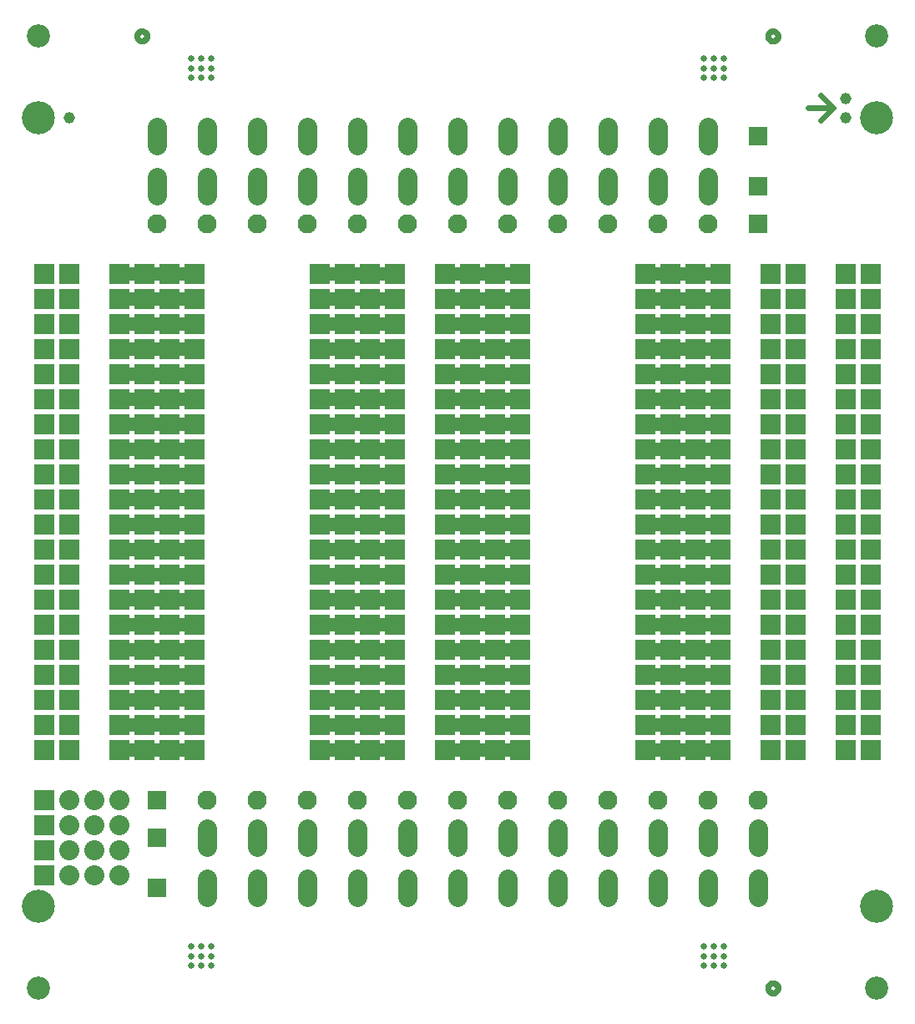
<source format=gts>
G75*
%MOIN*%
%OFA0B0*%
%FSLAX25Y25*%
%IPPOS*%
%LPD*%
%AMOC8*
5,1,8,0,0,1.08239X$1,22.5*
%
%ADD10C,0.13198*%
%ADD11C,0.02400*%
%ADD12C,0.02569*%
%ADD13C,0.09261*%
%ADD14C,0.04537*%
%ADD15R,0.08000X0.08000*%
%ADD16C,0.07687*%
%ADD17R,0.07687X0.07687*%
%ADD18C,0.08000*%
%ADD19C,0.07687*%
%ADD20R,0.35600X0.05600*%
D10*
X0015802Y0041170D03*
X0015802Y0356131D03*
X0350447Y0356131D03*
X0350447Y0041170D03*
D11*
X0307140Y0008690D02*
X0307142Y0008778D01*
X0307148Y0008866D01*
X0307158Y0008954D01*
X0307172Y0009042D01*
X0307189Y0009128D01*
X0307211Y0009214D01*
X0307236Y0009298D01*
X0307266Y0009382D01*
X0307298Y0009464D01*
X0307335Y0009544D01*
X0307375Y0009623D01*
X0307419Y0009700D01*
X0307466Y0009775D01*
X0307516Y0009847D01*
X0307570Y0009918D01*
X0307626Y0009985D01*
X0307686Y0010051D01*
X0307748Y0010113D01*
X0307814Y0010173D01*
X0307881Y0010229D01*
X0307952Y0010283D01*
X0308024Y0010333D01*
X0308099Y0010380D01*
X0308176Y0010424D01*
X0308255Y0010464D01*
X0308335Y0010501D01*
X0308417Y0010533D01*
X0308501Y0010563D01*
X0308585Y0010588D01*
X0308671Y0010610D01*
X0308757Y0010627D01*
X0308845Y0010641D01*
X0308933Y0010651D01*
X0309021Y0010657D01*
X0309109Y0010659D01*
X0309197Y0010657D01*
X0309285Y0010651D01*
X0309373Y0010641D01*
X0309461Y0010627D01*
X0309547Y0010610D01*
X0309633Y0010588D01*
X0309717Y0010563D01*
X0309801Y0010533D01*
X0309883Y0010501D01*
X0309963Y0010464D01*
X0310042Y0010424D01*
X0310119Y0010380D01*
X0310194Y0010333D01*
X0310266Y0010283D01*
X0310337Y0010229D01*
X0310404Y0010173D01*
X0310470Y0010113D01*
X0310532Y0010051D01*
X0310592Y0009985D01*
X0310648Y0009918D01*
X0310702Y0009847D01*
X0310752Y0009775D01*
X0310799Y0009700D01*
X0310843Y0009623D01*
X0310883Y0009544D01*
X0310920Y0009464D01*
X0310952Y0009382D01*
X0310982Y0009298D01*
X0311007Y0009214D01*
X0311029Y0009128D01*
X0311046Y0009042D01*
X0311060Y0008954D01*
X0311070Y0008866D01*
X0311076Y0008778D01*
X0311078Y0008690D01*
X0311076Y0008602D01*
X0311070Y0008514D01*
X0311060Y0008426D01*
X0311046Y0008338D01*
X0311029Y0008252D01*
X0311007Y0008166D01*
X0310982Y0008082D01*
X0310952Y0007998D01*
X0310920Y0007916D01*
X0310883Y0007836D01*
X0310843Y0007757D01*
X0310799Y0007680D01*
X0310752Y0007605D01*
X0310702Y0007533D01*
X0310648Y0007462D01*
X0310592Y0007395D01*
X0310532Y0007329D01*
X0310470Y0007267D01*
X0310404Y0007207D01*
X0310337Y0007151D01*
X0310266Y0007097D01*
X0310194Y0007047D01*
X0310119Y0007000D01*
X0310042Y0006956D01*
X0309963Y0006916D01*
X0309883Y0006879D01*
X0309801Y0006847D01*
X0309717Y0006817D01*
X0309633Y0006792D01*
X0309547Y0006770D01*
X0309461Y0006753D01*
X0309373Y0006739D01*
X0309285Y0006729D01*
X0309197Y0006723D01*
X0309109Y0006721D01*
X0309021Y0006723D01*
X0308933Y0006729D01*
X0308845Y0006739D01*
X0308757Y0006753D01*
X0308671Y0006770D01*
X0308585Y0006792D01*
X0308501Y0006817D01*
X0308417Y0006847D01*
X0308335Y0006879D01*
X0308255Y0006916D01*
X0308176Y0006956D01*
X0308099Y0007000D01*
X0308024Y0007047D01*
X0307952Y0007097D01*
X0307881Y0007151D01*
X0307814Y0007207D01*
X0307748Y0007267D01*
X0307686Y0007329D01*
X0307626Y0007395D01*
X0307570Y0007462D01*
X0307516Y0007533D01*
X0307466Y0007605D01*
X0307419Y0007680D01*
X0307375Y0007757D01*
X0307335Y0007836D01*
X0307298Y0007916D01*
X0307266Y0007998D01*
X0307236Y0008082D01*
X0307211Y0008166D01*
X0307189Y0008252D01*
X0307172Y0008338D01*
X0307158Y0008426D01*
X0307148Y0008514D01*
X0307142Y0008602D01*
X0307140Y0008690D01*
X0328125Y0354900D02*
X0333125Y0359900D01*
X0328125Y0364900D01*
X0323125Y0359900D02*
X0333125Y0359900D01*
X0307140Y0388611D02*
X0307142Y0388699D01*
X0307148Y0388787D01*
X0307158Y0388875D01*
X0307172Y0388963D01*
X0307189Y0389049D01*
X0307211Y0389135D01*
X0307236Y0389219D01*
X0307266Y0389303D01*
X0307298Y0389385D01*
X0307335Y0389465D01*
X0307375Y0389544D01*
X0307419Y0389621D01*
X0307466Y0389696D01*
X0307516Y0389768D01*
X0307570Y0389839D01*
X0307626Y0389906D01*
X0307686Y0389972D01*
X0307748Y0390034D01*
X0307814Y0390094D01*
X0307881Y0390150D01*
X0307952Y0390204D01*
X0308024Y0390254D01*
X0308099Y0390301D01*
X0308176Y0390345D01*
X0308255Y0390385D01*
X0308335Y0390422D01*
X0308417Y0390454D01*
X0308501Y0390484D01*
X0308585Y0390509D01*
X0308671Y0390531D01*
X0308757Y0390548D01*
X0308845Y0390562D01*
X0308933Y0390572D01*
X0309021Y0390578D01*
X0309109Y0390580D01*
X0309197Y0390578D01*
X0309285Y0390572D01*
X0309373Y0390562D01*
X0309461Y0390548D01*
X0309547Y0390531D01*
X0309633Y0390509D01*
X0309717Y0390484D01*
X0309801Y0390454D01*
X0309883Y0390422D01*
X0309963Y0390385D01*
X0310042Y0390345D01*
X0310119Y0390301D01*
X0310194Y0390254D01*
X0310266Y0390204D01*
X0310337Y0390150D01*
X0310404Y0390094D01*
X0310470Y0390034D01*
X0310532Y0389972D01*
X0310592Y0389906D01*
X0310648Y0389839D01*
X0310702Y0389768D01*
X0310752Y0389696D01*
X0310799Y0389621D01*
X0310843Y0389544D01*
X0310883Y0389465D01*
X0310920Y0389385D01*
X0310952Y0389303D01*
X0310982Y0389219D01*
X0311007Y0389135D01*
X0311029Y0389049D01*
X0311046Y0388963D01*
X0311060Y0388875D01*
X0311070Y0388787D01*
X0311076Y0388699D01*
X0311078Y0388611D01*
X0311076Y0388523D01*
X0311070Y0388435D01*
X0311060Y0388347D01*
X0311046Y0388259D01*
X0311029Y0388173D01*
X0311007Y0388087D01*
X0310982Y0388003D01*
X0310952Y0387919D01*
X0310920Y0387837D01*
X0310883Y0387757D01*
X0310843Y0387678D01*
X0310799Y0387601D01*
X0310752Y0387526D01*
X0310702Y0387454D01*
X0310648Y0387383D01*
X0310592Y0387316D01*
X0310532Y0387250D01*
X0310470Y0387188D01*
X0310404Y0387128D01*
X0310337Y0387072D01*
X0310266Y0387018D01*
X0310194Y0386968D01*
X0310119Y0386921D01*
X0310042Y0386877D01*
X0309963Y0386837D01*
X0309883Y0386800D01*
X0309801Y0386768D01*
X0309717Y0386738D01*
X0309633Y0386713D01*
X0309547Y0386691D01*
X0309461Y0386674D01*
X0309373Y0386660D01*
X0309285Y0386650D01*
X0309197Y0386644D01*
X0309109Y0386642D01*
X0309021Y0386644D01*
X0308933Y0386650D01*
X0308845Y0386660D01*
X0308757Y0386674D01*
X0308671Y0386691D01*
X0308585Y0386713D01*
X0308501Y0386738D01*
X0308417Y0386768D01*
X0308335Y0386800D01*
X0308255Y0386837D01*
X0308176Y0386877D01*
X0308099Y0386921D01*
X0308024Y0386968D01*
X0307952Y0387018D01*
X0307881Y0387072D01*
X0307814Y0387128D01*
X0307748Y0387188D01*
X0307686Y0387250D01*
X0307626Y0387316D01*
X0307570Y0387383D01*
X0307516Y0387454D01*
X0307466Y0387526D01*
X0307419Y0387601D01*
X0307375Y0387678D01*
X0307335Y0387757D01*
X0307298Y0387837D01*
X0307266Y0387919D01*
X0307236Y0388003D01*
X0307211Y0388087D01*
X0307189Y0388173D01*
X0307172Y0388259D01*
X0307158Y0388347D01*
X0307148Y0388435D01*
X0307142Y0388523D01*
X0307140Y0388611D01*
X0055171Y0388611D02*
X0055173Y0388699D01*
X0055179Y0388787D01*
X0055189Y0388875D01*
X0055203Y0388963D01*
X0055220Y0389049D01*
X0055242Y0389135D01*
X0055267Y0389219D01*
X0055297Y0389303D01*
X0055329Y0389385D01*
X0055366Y0389465D01*
X0055406Y0389544D01*
X0055450Y0389621D01*
X0055497Y0389696D01*
X0055547Y0389768D01*
X0055601Y0389839D01*
X0055657Y0389906D01*
X0055717Y0389972D01*
X0055779Y0390034D01*
X0055845Y0390094D01*
X0055912Y0390150D01*
X0055983Y0390204D01*
X0056055Y0390254D01*
X0056130Y0390301D01*
X0056207Y0390345D01*
X0056286Y0390385D01*
X0056366Y0390422D01*
X0056448Y0390454D01*
X0056532Y0390484D01*
X0056616Y0390509D01*
X0056702Y0390531D01*
X0056788Y0390548D01*
X0056876Y0390562D01*
X0056964Y0390572D01*
X0057052Y0390578D01*
X0057140Y0390580D01*
X0057228Y0390578D01*
X0057316Y0390572D01*
X0057404Y0390562D01*
X0057492Y0390548D01*
X0057578Y0390531D01*
X0057664Y0390509D01*
X0057748Y0390484D01*
X0057832Y0390454D01*
X0057914Y0390422D01*
X0057994Y0390385D01*
X0058073Y0390345D01*
X0058150Y0390301D01*
X0058225Y0390254D01*
X0058297Y0390204D01*
X0058368Y0390150D01*
X0058435Y0390094D01*
X0058501Y0390034D01*
X0058563Y0389972D01*
X0058623Y0389906D01*
X0058679Y0389839D01*
X0058733Y0389768D01*
X0058783Y0389696D01*
X0058830Y0389621D01*
X0058874Y0389544D01*
X0058914Y0389465D01*
X0058951Y0389385D01*
X0058983Y0389303D01*
X0059013Y0389219D01*
X0059038Y0389135D01*
X0059060Y0389049D01*
X0059077Y0388963D01*
X0059091Y0388875D01*
X0059101Y0388787D01*
X0059107Y0388699D01*
X0059109Y0388611D01*
X0059107Y0388523D01*
X0059101Y0388435D01*
X0059091Y0388347D01*
X0059077Y0388259D01*
X0059060Y0388173D01*
X0059038Y0388087D01*
X0059013Y0388003D01*
X0058983Y0387919D01*
X0058951Y0387837D01*
X0058914Y0387757D01*
X0058874Y0387678D01*
X0058830Y0387601D01*
X0058783Y0387526D01*
X0058733Y0387454D01*
X0058679Y0387383D01*
X0058623Y0387316D01*
X0058563Y0387250D01*
X0058501Y0387188D01*
X0058435Y0387128D01*
X0058368Y0387072D01*
X0058297Y0387018D01*
X0058225Y0386968D01*
X0058150Y0386921D01*
X0058073Y0386877D01*
X0057994Y0386837D01*
X0057914Y0386800D01*
X0057832Y0386768D01*
X0057748Y0386738D01*
X0057664Y0386713D01*
X0057578Y0386691D01*
X0057492Y0386674D01*
X0057404Y0386660D01*
X0057316Y0386650D01*
X0057228Y0386644D01*
X0057140Y0386642D01*
X0057052Y0386644D01*
X0056964Y0386650D01*
X0056876Y0386660D01*
X0056788Y0386674D01*
X0056702Y0386691D01*
X0056616Y0386713D01*
X0056532Y0386738D01*
X0056448Y0386768D01*
X0056366Y0386800D01*
X0056286Y0386837D01*
X0056207Y0386877D01*
X0056130Y0386921D01*
X0056055Y0386968D01*
X0055983Y0387018D01*
X0055912Y0387072D01*
X0055845Y0387128D01*
X0055779Y0387188D01*
X0055717Y0387250D01*
X0055657Y0387316D01*
X0055601Y0387383D01*
X0055547Y0387454D01*
X0055497Y0387526D01*
X0055450Y0387601D01*
X0055406Y0387678D01*
X0055366Y0387757D01*
X0055329Y0387837D01*
X0055297Y0387919D01*
X0055267Y0388003D01*
X0055242Y0388087D01*
X0055220Y0388173D01*
X0055203Y0388259D01*
X0055189Y0388347D01*
X0055179Y0388435D01*
X0055173Y0388523D01*
X0055171Y0388611D01*
D12*
X0076825Y0379753D03*
X0076825Y0375816D03*
X0076825Y0371879D03*
X0080762Y0371879D03*
X0080762Y0375816D03*
X0080762Y0379753D03*
X0084699Y0379753D03*
X0084699Y0375816D03*
X0084699Y0371879D03*
X0281550Y0371879D03*
X0285487Y0371879D03*
X0285487Y0375816D03*
X0285487Y0379753D03*
X0281550Y0379753D03*
X0281550Y0375816D03*
X0289424Y0375816D03*
X0289424Y0379753D03*
X0289424Y0371879D03*
X0289424Y0025422D03*
X0289424Y0021485D03*
X0289424Y0017548D03*
X0285487Y0017548D03*
X0285487Y0021485D03*
X0285487Y0025422D03*
X0281550Y0025422D03*
X0281550Y0021485D03*
X0281550Y0017548D03*
X0084699Y0017548D03*
X0080762Y0017548D03*
X0080762Y0021485D03*
X0080762Y0025422D03*
X0084699Y0025422D03*
X0084699Y0021485D03*
X0076825Y0021485D03*
X0076825Y0017548D03*
X0076825Y0025422D03*
D13*
X0015802Y0008690D03*
X0350447Y0008690D03*
X0350447Y0388611D03*
X0015802Y0388611D03*
D14*
X0028125Y0356150D03*
X0338125Y0356150D03*
X0338125Y0363650D03*
D15*
X0338125Y0293650D03*
X0338125Y0283650D03*
X0348125Y0283650D03*
X0348125Y0293650D03*
X0348125Y0273650D03*
X0348125Y0263650D03*
X0348125Y0253650D03*
X0348125Y0243650D03*
X0348125Y0233650D03*
X0348125Y0223650D03*
X0348125Y0213650D03*
X0348125Y0203650D03*
X0348125Y0193650D03*
X0348125Y0183650D03*
X0348125Y0173650D03*
X0348125Y0163650D03*
X0348125Y0153650D03*
X0348125Y0143650D03*
X0348125Y0133650D03*
X0348125Y0123650D03*
X0348125Y0113650D03*
X0348125Y0103650D03*
X0338125Y0103650D03*
X0338125Y0113650D03*
X0338125Y0123650D03*
X0338125Y0133650D03*
X0338125Y0143650D03*
X0338125Y0153650D03*
X0338125Y0163650D03*
X0338125Y0173650D03*
X0338125Y0183650D03*
X0338125Y0193650D03*
X0338125Y0203650D03*
X0338125Y0213650D03*
X0338125Y0223650D03*
X0338125Y0233650D03*
X0338125Y0243650D03*
X0338125Y0253650D03*
X0338125Y0263650D03*
X0338125Y0273650D03*
X0318125Y0273650D03*
X0318125Y0263650D03*
X0308125Y0263650D03*
X0308125Y0273650D03*
X0308125Y0283650D03*
X0318125Y0283650D03*
X0318125Y0293650D03*
X0308125Y0293650D03*
X0288125Y0293650D03*
X0288125Y0283650D03*
X0288125Y0273650D03*
X0288125Y0263650D03*
X0288125Y0253650D03*
X0288125Y0243650D03*
X0288125Y0233650D03*
X0288125Y0223650D03*
X0288125Y0213650D03*
X0288125Y0203650D03*
X0288125Y0193650D03*
X0288125Y0183650D03*
X0288125Y0173650D03*
X0288125Y0163650D03*
X0288125Y0153650D03*
X0288125Y0143650D03*
X0288125Y0133650D03*
X0288125Y0123650D03*
X0288125Y0113650D03*
X0288125Y0103650D03*
X0278125Y0103650D03*
X0278125Y0113650D03*
X0268125Y0113650D03*
X0268125Y0103650D03*
X0258125Y0103650D03*
X0258125Y0113650D03*
X0258125Y0123650D03*
X0258125Y0133650D03*
X0268125Y0133650D03*
X0278125Y0133650D03*
X0278125Y0123650D03*
X0268125Y0123650D03*
X0268125Y0143650D03*
X0278125Y0143650D03*
X0278125Y0153650D03*
X0268125Y0153650D03*
X0268125Y0163650D03*
X0278125Y0163650D03*
X0278125Y0173650D03*
X0268125Y0173650D03*
X0268125Y0183650D03*
X0278125Y0183650D03*
X0278125Y0193650D03*
X0268125Y0193650D03*
X0268125Y0203650D03*
X0278125Y0203650D03*
X0278125Y0213650D03*
X0268125Y0213650D03*
X0268125Y0223650D03*
X0278125Y0223650D03*
X0278125Y0233650D03*
X0268125Y0233650D03*
X0268125Y0243650D03*
X0278125Y0243650D03*
X0278125Y0253650D03*
X0268125Y0253650D03*
X0268125Y0263650D03*
X0278125Y0263650D03*
X0278125Y0273650D03*
X0268125Y0273650D03*
X0268125Y0283650D03*
X0278125Y0283650D03*
X0278125Y0293650D03*
X0268125Y0293650D03*
X0258125Y0293650D03*
X0258125Y0283650D03*
X0258125Y0273650D03*
X0258125Y0263650D03*
X0258125Y0253650D03*
X0258125Y0243650D03*
X0258125Y0233650D03*
X0258125Y0223650D03*
X0258125Y0213650D03*
X0258125Y0203650D03*
X0258125Y0193650D03*
X0258125Y0183650D03*
X0258125Y0173650D03*
X0258125Y0163650D03*
X0258125Y0153650D03*
X0258125Y0143650D03*
X0308125Y0143650D03*
X0318125Y0143650D03*
X0318125Y0153650D03*
X0308125Y0153650D03*
X0308125Y0163650D03*
X0318125Y0163650D03*
X0318125Y0173650D03*
X0308125Y0173650D03*
X0308125Y0183650D03*
X0318125Y0183650D03*
X0318125Y0193650D03*
X0308125Y0193650D03*
X0308125Y0203650D03*
X0318125Y0203650D03*
X0318125Y0213650D03*
X0308125Y0213650D03*
X0308125Y0223650D03*
X0318125Y0223650D03*
X0318125Y0233650D03*
X0308125Y0233650D03*
X0308125Y0243650D03*
X0318125Y0243650D03*
X0318125Y0253650D03*
X0308125Y0253650D03*
X0208125Y0253650D03*
X0208125Y0243650D03*
X0198125Y0243650D03*
X0198125Y0253650D03*
X0198125Y0263650D03*
X0208125Y0263650D03*
X0208125Y0273650D03*
X0198125Y0273650D03*
X0198125Y0283650D03*
X0208125Y0283650D03*
X0208125Y0293650D03*
X0198125Y0293650D03*
X0188125Y0293650D03*
X0188125Y0283650D03*
X0188125Y0273650D03*
X0188125Y0263650D03*
X0188125Y0253650D03*
X0188125Y0243650D03*
X0188125Y0233650D03*
X0188125Y0223650D03*
X0198125Y0223650D03*
X0208125Y0223650D03*
X0208125Y0233650D03*
X0198125Y0233650D03*
X0198125Y0213650D03*
X0208125Y0213650D03*
X0208125Y0203650D03*
X0198125Y0203650D03*
X0198125Y0193650D03*
X0208125Y0193650D03*
X0208125Y0183650D03*
X0198125Y0183650D03*
X0198125Y0173650D03*
X0208125Y0173650D03*
X0208125Y0163650D03*
X0198125Y0163650D03*
X0198125Y0153650D03*
X0208125Y0153650D03*
X0208125Y0143650D03*
X0198125Y0143650D03*
X0198125Y0133650D03*
X0208125Y0133650D03*
X0208125Y0123650D03*
X0198125Y0123650D03*
X0198125Y0113650D03*
X0208125Y0113650D03*
X0208125Y0103650D03*
X0198125Y0103650D03*
X0188125Y0103650D03*
X0188125Y0113650D03*
X0188125Y0123650D03*
X0188125Y0133650D03*
X0188125Y0143650D03*
X0188125Y0153650D03*
X0188125Y0163650D03*
X0188125Y0173650D03*
X0188125Y0183650D03*
X0188125Y0193650D03*
X0188125Y0203650D03*
X0188125Y0213650D03*
X0178125Y0213650D03*
X0178125Y0203650D03*
X0178125Y0193650D03*
X0178125Y0183650D03*
X0178125Y0173650D03*
X0178125Y0163650D03*
X0178125Y0153650D03*
X0178125Y0143650D03*
X0178125Y0133650D03*
X0178125Y0123650D03*
X0178125Y0113650D03*
X0178125Y0103650D03*
X0158125Y0103650D03*
X0158125Y0113650D03*
X0158125Y0123650D03*
X0158125Y0133650D03*
X0158125Y0143650D03*
X0158125Y0153650D03*
X0158125Y0163650D03*
X0158125Y0173650D03*
X0158125Y0183650D03*
X0158125Y0193650D03*
X0158125Y0203650D03*
X0158125Y0213650D03*
X0158125Y0223650D03*
X0158125Y0233650D03*
X0158125Y0243650D03*
X0158125Y0253650D03*
X0158125Y0263650D03*
X0158125Y0273650D03*
X0158125Y0283650D03*
X0158125Y0293650D03*
X0148125Y0293650D03*
X0148125Y0283650D03*
X0148125Y0273650D03*
X0148125Y0263650D03*
X0148125Y0253650D03*
X0148125Y0243650D03*
X0148125Y0233650D03*
X0148125Y0223650D03*
X0148125Y0213650D03*
X0148125Y0203650D03*
X0148125Y0193650D03*
X0148125Y0183650D03*
X0148125Y0173650D03*
X0148125Y0163650D03*
X0148125Y0153650D03*
X0148125Y0143650D03*
X0148125Y0133650D03*
X0148125Y0123650D03*
X0148125Y0113650D03*
X0148125Y0103650D03*
X0138125Y0103650D03*
X0138125Y0113650D03*
X0138125Y0123650D03*
X0138125Y0133650D03*
X0138125Y0143650D03*
X0138125Y0153650D03*
X0138125Y0163650D03*
X0138125Y0173650D03*
X0138125Y0183650D03*
X0138125Y0193650D03*
X0138125Y0203650D03*
X0138125Y0213650D03*
X0138125Y0223650D03*
X0138125Y0233650D03*
X0138125Y0243650D03*
X0138125Y0253650D03*
X0138125Y0263650D03*
X0138125Y0273650D03*
X0138125Y0283650D03*
X0138125Y0293650D03*
X0128125Y0293650D03*
X0128125Y0283650D03*
X0128125Y0273650D03*
X0128125Y0263650D03*
X0128125Y0253650D03*
X0128125Y0243650D03*
X0128125Y0233650D03*
X0128125Y0223650D03*
X0128125Y0213650D03*
X0128125Y0203650D03*
X0128125Y0193650D03*
X0128125Y0183650D03*
X0128125Y0173650D03*
X0128125Y0163650D03*
X0128125Y0153650D03*
X0128125Y0143650D03*
X0128125Y0133650D03*
X0128125Y0123650D03*
X0128125Y0113650D03*
X0128125Y0103650D03*
X0078125Y0103650D03*
X0078125Y0113650D03*
X0078125Y0123650D03*
X0078125Y0133650D03*
X0078125Y0143650D03*
X0078125Y0153650D03*
X0078125Y0163650D03*
X0078125Y0173650D03*
X0078125Y0183650D03*
X0078125Y0193650D03*
X0078125Y0203650D03*
X0078125Y0213650D03*
X0078125Y0223650D03*
X0078125Y0233650D03*
X0078125Y0243650D03*
X0078125Y0253650D03*
X0078125Y0263650D03*
X0078125Y0273650D03*
X0078125Y0283650D03*
X0078125Y0293650D03*
X0068125Y0293650D03*
X0068125Y0283650D03*
X0068125Y0273650D03*
X0068125Y0263650D03*
X0068125Y0253650D03*
X0068125Y0243650D03*
X0068125Y0233650D03*
X0068125Y0223650D03*
X0068125Y0213650D03*
X0068125Y0203650D03*
X0068125Y0193650D03*
X0068125Y0183650D03*
X0068125Y0173650D03*
X0068125Y0163650D03*
X0068125Y0153650D03*
X0068125Y0143650D03*
X0068125Y0133650D03*
X0068125Y0123650D03*
X0068125Y0113650D03*
X0068125Y0103650D03*
X0058125Y0103650D03*
X0058125Y0113650D03*
X0048125Y0113650D03*
X0048125Y0103650D03*
X0048125Y0123650D03*
X0058125Y0123650D03*
X0058125Y0133650D03*
X0048125Y0133650D03*
X0048125Y0143650D03*
X0058125Y0143650D03*
X0058125Y0153650D03*
X0048125Y0153650D03*
X0048125Y0163650D03*
X0058125Y0163650D03*
X0058125Y0173650D03*
X0048125Y0173650D03*
X0048125Y0183650D03*
X0058125Y0183650D03*
X0058125Y0193650D03*
X0048125Y0193650D03*
X0048125Y0203650D03*
X0058125Y0203650D03*
X0058125Y0213650D03*
X0048125Y0213650D03*
X0048125Y0223650D03*
X0058125Y0223650D03*
X0058125Y0233650D03*
X0048125Y0233650D03*
X0048125Y0243650D03*
X0058125Y0243650D03*
X0058125Y0253650D03*
X0048125Y0253650D03*
X0048125Y0263650D03*
X0058125Y0263650D03*
X0058125Y0273650D03*
X0048125Y0273650D03*
X0048125Y0283650D03*
X0058125Y0283650D03*
X0058125Y0293650D03*
X0048125Y0293650D03*
X0028125Y0293650D03*
X0028125Y0283650D03*
X0028125Y0273650D03*
X0028125Y0263650D03*
X0028125Y0253650D03*
X0028125Y0243650D03*
X0028125Y0233650D03*
X0028125Y0223650D03*
X0028125Y0213650D03*
X0028125Y0203650D03*
X0028125Y0193650D03*
X0028125Y0183650D03*
X0028125Y0173650D03*
X0028125Y0163650D03*
X0028125Y0153650D03*
X0028125Y0143650D03*
X0028125Y0133650D03*
X0028125Y0123650D03*
X0028125Y0113650D03*
X0028125Y0103650D03*
X0018125Y0103650D03*
X0018125Y0113650D03*
X0018125Y0123650D03*
X0018125Y0133650D03*
X0018125Y0143650D03*
X0018125Y0153650D03*
X0018125Y0163650D03*
X0018125Y0173650D03*
X0018125Y0183650D03*
X0018125Y0193650D03*
X0018125Y0203650D03*
X0018125Y0213650D03*
X0018125Y0223650D03*
X0018125Y0233650D03*
X0018125Y0243650D03*
X0018125Y0253650D03*
X0018125Y0263650D03*
X0018125Y0273650D03*
X0018125Y0283650D03*
X0018125Y0293650D03*
X0178125Y0293650D03*
X0178125Y0283650D03*
X0178125Y0273650D03*
X0178125Y0263650D03*
X0178125Y0253650D03*
X0178125Y0243650D03*
X0178125Y0233650D03*
X0178125Y0223650D03*
X0308125Y0133650D03*
X0318125Y0133650D03*
X0318125Y0123650D03*
X0308125Y0123650D03*
X0308125Y0113650D03*
X0318125Y0113650D03*
X0318125Y0103650D03*
X0308125Y0103650D03*
X0018125Y0083650D03*
X0018125Y0073650D03*
X0018125Y0063650D03*
X0018125Y0053650D03*
D16*
X0083125Y0083650D03*
X0103125Y0083650D03*
X0123125Y0083650D03*
X0143125Y0083650D03*
X0163125Y0083650D03*
X0183125Y0083650D03*
X0203125Y0083650D03*
X0223125Y0083650D03*
X0243125Y0083650D03*
X0263125Y0083650D03*
X0283125Y0083650D03*
X0303125Y0083650D03*
X0283125Y0313650D03*
X0263125Y0313650D03*
X0243125Y0313650D03*
X0223125Y0313650D03*
X0203125Y0313650D03*
X0183125Y0313650D03*
X0163125Y0313650D03*
X0143125Y0313650D03*
X0123125Y0313650D03*
X0103125Y0313650D03*
X0083125Y0313650D03*
X0063125Y0313650D03*
D17*
X0063125Y0083650D03*
X0063125Y0068650D03*
X0063125Y0048650D03*
X0303125Y0313650D03*
X0303125Y0328650D03*
X0303125Y0348650D03*
D18*
X0048125Y0083650D03*
X0048125Y0073650D03*
X0048125Y0063650D03*
X0048125Y0053650D03*
X0038125Y0053650D03*
X0038125Y0063650D03*
X0038125Y0073650D03*
X0038125Y0083650D03*
X0028125Y0083650D03*
X0028125Y0073650D03*
X0028125Y0063650D03*
X0028125Y0053650D03*
D19*
X0083125Y0052194D02*
X0083125Y0045107D01*
X0083125Y0065107D02*
X0083125Y0072194D01*
X0103125Y0072194D02*
X0103125Y0065107D01*
X0103125Y0052194D02*
X0103125Y0045107D01*
X0123125Y0045107D02*
X0123125Y0052194D01*
X0123125Y0065107D02*
X0123125Y0072194D01*
X0143125Y0072194D02*
X0143125Y0065107D01*
X0143125Y0052194D02*
X0143125Y0045107D01*
X0163125Y0045107D02*
X0163125Y0052194D01*
X0163125Y0065107D02*
X0163125Y0072194D01*
X0183125Y0072194D02*
X0183125Y0065107D01*
X0183125Y0052194D02*
X0183125Y0045107D01*
X0203125Y0045107D02*
X0203125Y0052194D01*
X0203125Y0065107D02*
X0203125Y0072194D01*
X0223125Y0072194D02*
X0223125Y0065107D01*
X0223125Y0052194D02*
X0223125Y0045107D01*
X0243125Y0045107D02*
X0243125Y0052194D01*
X0243125Y0065107D02*
X0243125Y0072194D01*
X0263125Y0072194D02*
X0263125Y0065107D01*
X0263125Y0052194D02*
X0263125Y0045107D01*
X0283125Y0045107D02*
X0283125Y0052194D01*
X0283125Y0065107D02*
X0283125Y0072194D01*
X0303125Y0072194D02*
X0303125Y0065107D01*
X0303125Y0052194D02*
X0303125Y0045107D01*
X0283125Y0325107D02*
X0283125Y0332194D01*
X0283125Y0345107D02*
X0283125Y0352194D01*
X0263125Y0352194D02*
X0263125Y0345107D01*
X0263125Y0332194D02*
X0263125Y0325107D01*
X0243125Y0325107D02*
X0243125Y0332194D01*
X0243125Y0345107D02*
X0243125Y0352194D01*
X0223125Y0352194D02*
X0223125Y0345107D01*
X0223125Y0332194D02*
X0223125Y0325107D01*
X0203125Y0325107D02*
X0203125Y0332194D01*
X0203125Y0345107D02*
X0203125Y0352194D01*
X0183125Y0352194D02*
X0183125Y0345107D01*
X0183125Y0332194D02*
X0183125Y0325107D01*
X0163125Y0325107D02*
X0163125Y0332194D01*
X0163125Y0345107D02*
X0163125Y0352194D01*
X0143125Y0352194D02*
X0143125Y0345107D01*
X0143125Y0332194D02*
X0143125Y0325107D01*
X0123125Y0325107D02*
X0123125Y0332194D01*
X0123125Y0345107D02*
X0123125Y0352194D01*
X0103125Y0352194D02*
X0103125Y0345107D01*
X0103125Y0332194D02*
X0103125Y0325107D01*
X0083125Y0325107D02*
X0083125Y0332194D01*
X0083125Y0345107D02*
X0083125Y0352194D01*
X0063125Y0352194D02*
X0063125Y0345107D01*
X0063125Y0332194D02*
X0063125Y0325107D01*
D20*
X0063125Y0293650D03*
X0063125Y0283650D03*
X0063125Y0273650D03*
X0063125Y0263650D03*
X0063125Y0253650D03*
X0063125Y0243650D03*
X0063125Y0233650D03*
X0063125Y0223650D03*
X0063125Y0213650D03*
X0063125Y0203650D03*
X0063125Y0193650D03*
X0063125Y0183650D03*
X0063125Y0173650D03*
X0063125Y0163650D03*
X0063125Y0153650D03*
X0063125Y0143650D03*
X0063125Y0133650D03*
X0063125Y0123650D03*
X0063125Y0113650D03*
X0063125Y0103650D03*
X0143125Y0103650D03*
X0143125Y0113650D03*
X0143125Y0123650D03*
X0143125Y0133650D03*
X0143125Y0143650D03*
X0143125Y0153650D03*
X0143125Y0163650D03*
X0143125Y0173650D03*
X0143125Y0183650D03*
X0143125Y0193650D03*
X0143125Y0203650D03*
X0143125Y0213650D03*
X0143125Y0223650D03*
X0143125Y0233650D03*
X0143125Y0243650D03*
X0143125Y0253650D03*
X0143125Y0263650D03*
X0143125Y0273650D03*
X0143125Y0283650D03*
X0143125Y0293650D03*
X0193125Y0293650D03*
X0193125Y0283650D03*
X0193125Y0273650D03*
X0193125Y0263650D03*
X0193125Y0253650D03*
X0193125Y0243650D03*
X0193125Y0233650D03*
X0193125Y0223650D03*
X0193125Y0213650D03*
X0193125Y0203650D03*
X0193125Y0193650D03*
X0193125Y0183650D03*
X0193125Y0173650D03*
X0193125Y0163650D03*
X0193125Y0153650D03*
X0193125Y0143650D03*
X0193125Y0133650D03*
X0193125Y0123650D03*
X0193125Y0113650D03*
X0193125Y0103650D03*
X0273125Y0103650D03*
X0273125Y0113650D03*
X0273125Y0123650D03*
X0273125Y0133650D03*
X0273125Y0143650D03*
X0273125Y0153650D03*
X0273125Y0163650D03*
X0273125Y0173650D03*
X0273125Y0183650D03*
X0273125Y0193650D03*
X0273125Y0203650D03*
X0273125Y0213650D03*
X0273125Y0223650D03*
X0273125Y0233650D03*
X0273125Y0243650D03*
X0273125Y0253650D03*
X0273125Y0263650D03*
X0273125Y0273650D03*
X0273125Y0283650D03*
X0273125Y0293650D03*
M02*

</source>
